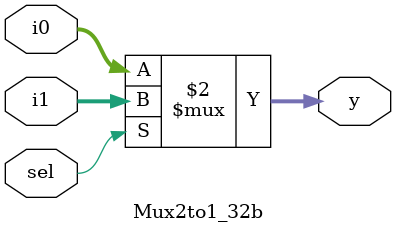
<source format=v>
module Mux2to1_32b (i0, i1, sel, y);
  input [31:0] i0, i1;
  input sel;
  output [31:0] y;
  
  assign y = (sel==1'b1) ? i1 : i0;
endmodule

</source>
